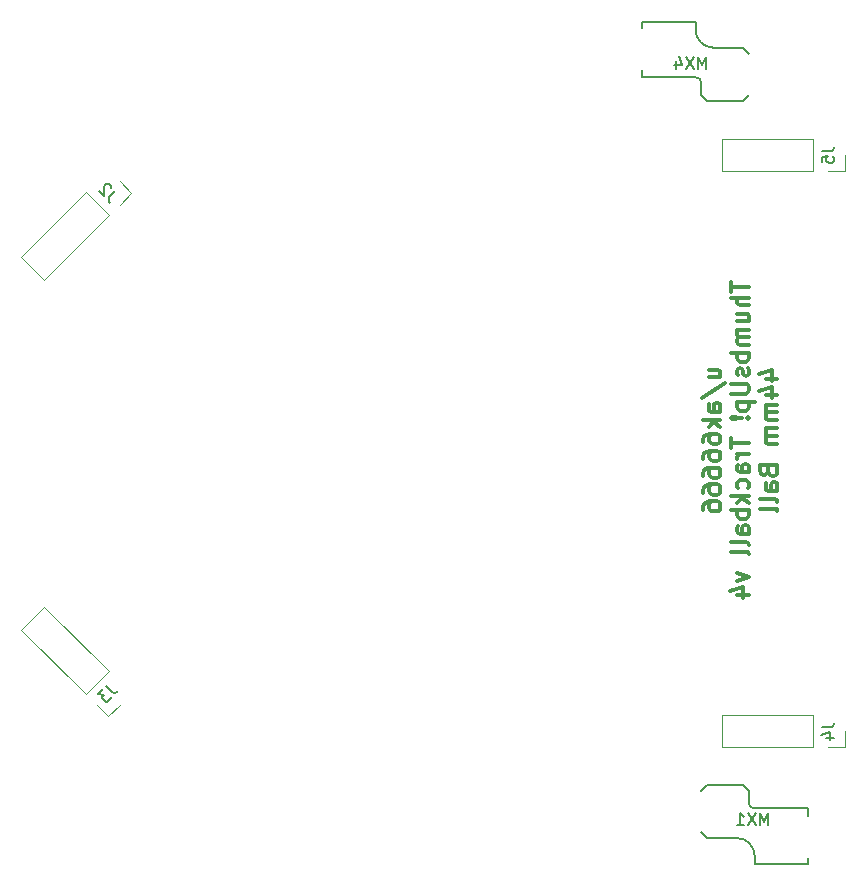
<source format=gbr>
G04 #@! TF.GenerationSoftware,KiCad,Pcbnew,9.0.2*
G04 #@! TF.CreationDate,2025-09-19T14:57:40-04:00*
G04 #@! TF.ProjectId,Trackball,54726163-6b62-4616-9c6c-2e6b69636164,rev?*
G04 #@! TF.SameCoordinates,Original*
G04 #@! TF.FileFunction,Legend,Bot*
G04 #@! TF.FilePolarity,Positive*
%FSLAX46Y46*%
G04 Gerber Fmt 4.6, Leading zero omitted, Abs format (unit mm)*
G04 Created by KiCad (PCBNEW 9.0.2) date 2025-09-19 14:57:40*
%MOMM*%
%LPD*%
G01*
G04 APERTURE LIST*
%ADD10C,0.300000*%
%ADD11C,0.150000*%
%ADD12C,0.120000*%
G04 APERTURE END LIST*
D10*
X375445996Y-96028572D02*
X376445996Y-96028572D01*
X375445996Y-95385714D02*
X376231710Y-95385714D01*
X376231710Y-95385714D02*
X376374568Y-95457143D01*
X376374568Y-95457143D02*
X376445996Y-95600000D01*
X376445996Y-95600000D02*
X376445996Y-95814286D01*
X376445996Y-95814286D02*
X376374568Y-95957143D01*
X376374568Y-95957143D02*
X376303139Y-96028572D01*
X374874568Y-97814286D02*
X376803139Y-96528572D01*
X376445996Y-98957144D02*
X375660282Y-98957144D01*
X375660282Y-98957144D02*
X375517425Y-98885715D01*
X375517425Y-98885715D02*
X375445996Y-98742858D01*
X375445996Y-98742858D02*
X375445996Y-98457144D01*
X375445996Y-98457144D02*
X375517425Y-98314286D01*
X376374568Y-98957144D02*
X376445996Y-98814286D01*
X376445996Y-98814286D02*
X376445996Y-98457144D01*
X376445996Y-98457144D02*
X376374568Y-98314286D01*
X376374568Y-98314286D02*
X376231710Y-98242858D01*
X376231710Y-98242858D02*
X376088853Y-98242858D01*
X376088853Y-98242858D02*
X375945996Y-98314286D01*
X375945996Y-98314286D02*
X375874568Y-98457144D01*
X375874568Y-98457144D02*
X375874568Y-98814286D01*
X375874568Y-98814286D02*
X375803139Y-98957144D01*
X376445996Y-99671429D02*
X374945996Y-99671429D01*
X375874568Y-99814287D02*
X376445996Y-100242858D01*
X375445996Y-100242858D02*
X376017425Y-99671429D01*
X374945996Y-101528573D02*
X374945996Y-101242858D01*
X374945996Y-101242858D02*
X375017425Y-101100001D01*
X375017425Y-101100001D02*
X375088853Y-101028573D01*
X375088853Y-101028573D02*
X375303139Y-100885715D01*
X375303139Y-100885715D02*
X375588853Y-100814287D01*
X375588853Y-100814287D02*
X376160282Y-100814287D01*
X376160282Y-100814287D02*
X376303139Y-100885715D01*
X376303139Y-100885715D02*
X376374568Y-100957144D01*
X376374568Y-100957144D02*
X376445996Y-101100001D01*
X376445996Y-101100001D02*
X376445996Y-101385715D01*
X376445996Y-101385715D02*
X376374568Y-101528573D01*
X376374568Y-101528573D02*
X376303139Y-101600001D01*
X376303139Y-101600001D02*
X376160282Y-101671430D01*
X376160282Y-101671430D02*
X375803139Y-101671430D01*
X375803139Y-101671430D02*
X375660282Y-101600001D01*
X375660282Y-101600001D02*
X375588853Y-101528573D01*
X375588853Y-101528573D02*
X375517425Y-101385715D01*
X375517425Y-101385715D02*
X375517425Y-101100001D01*
X375517425Y-101100001D02*
X375588853Y-100957144D01*
X375588853Y-100957144D02*
X375660282Y-100885715D01*
X375660282Y-100885715D02*
X375803139Y-100814287D01*
X374945996Y-102957144D02*
X374945996Y-102671429D01*
X374945996Y-102671429D02*
X375017425Y-102528572D01*
X375017425Y-102528572D02*
X375088853Y-102457144D01*
X375088853Y-102457144D02*
X375303139Y-102314286D01*
X375303139Y-102314286D02*
X375588853Y-102242858D01*
X375588853Y-102242858D02*
X376160282Y-102242858D01*
X376160282Y-102242858D02*
X376303139Y-102314286D01*
X376303139Y-102314286D02*
X376374568Y-102385715D01*
X376374568Y-102385715D02*
X376445996Y-102528572D01*
X376445996Y-102528572D02*
X376445996Y-102814286D01*
X376445996Y-102814286D02*
X376374568Y-102957144D01*
X376374568Y-102957144D02*
X376303139Y-103028572D01*
X376303139Y-103028572D02*
X376160282Y-103100001D01*
X376160282Y-103100001D02*
X375803139Y-103100001D01*
X375803139Y-103100001D02*
X375660282Y-103028572D01*
X375660282Y-103028572D02*
X375588853Y-102957144D01*
X375588853Y-102957144D02*
X375517425Y-102814286D01*
X375517425Y-102814286D02*
X375517425Y-102528572D01*
X375517425Y-102528572D02*
X375588853Y-102385715D01*
X375588853Y-102385715D02*
X375660282Y-102314286D01*
X375660282Y-102314286D02*
X375803139Y-102242858D01*
X374945996Y-104385715D02*
X374945996Y-104100000D01*
X374945996Y-104100000D02*
X375017425Y-103957143D01*
X375017425Y-103957143D02*
X375088853Y-103885715D01*
X375088853Y-103885715D02*
X375303139Y-103742857D01*
X375303139Y-103742857D02*
X375588853Y-103671429D01*
X375588853Y-103671429D02*
X376160282Y-103671429D01*
X376160282Y-103671429D02*
X376303139Y-103742857D01*
X376303139Y-103742857D02*
X376374568Y-103814286D01*
X376374568Y-103814286D02*
X376445996Y-103957143D01*
X376445996Y-103957143D02*
X376445996Y-104242857D01*
X376445996Y-104242857D02*
X376374568Y-104385715D01*
X376374568Y-104385715D02*
X376303139Y-104457143D01*
X376303139Y-104457143D02*
X376160282Y-104528572D01*
X376160282Y-104528572D02*
X375803139Y-104528572D01*
X375803139Y-104528572D02*
X375660282Y-104457143D01*
X375660282Y-104457143D02*
X375588853Y-104385715D01*
X375588853Y-104385715D02*
X375517425Y-104242857D01*
X375517425Y-104242857D02*
X375517425Y-103957143D01*
X375517425Y-103957143D02*
X375588853Y-103814286D01*
X375588853Y-103814286D02*
X375660282Y-103742857D01*
X375660282Y-103742857D02*
X375803139Y-103671429D01*
X374945996Y-105814286D02*
X374945996Y-105528571D01*
X374945996Y-105528571D02*
X375017425Y-105385714D01*
X375017425Y-105385714D02*
X375088853Y-105314286D01*
X375088853Y-105314286D02*
X375303139Y-105171428D01*
X375303139Y-105171428D02*
X375588853Y-105100000D01*
X375588853Y-105100000D02*
X376160282Y-105100000D01*
X376160282Y-105100000D02*
X376303139Y-105171428D01*
X376303139Y-105171428D02*
X376374568Y-105242857D01*
X376374568Y-105242857D02*
X376445996Y-105385714D01*
X376445996Y-105385714D02*
X376445996Y-105671428D01*
X376445996Y-105671428D02*
X376374568Y-105814286D01*
X376374568Y-105814286D02*
X376303139Y-105885714D01*
X376303139Y-105885714D02*
X376160282Y-105957143D01*
X376160282Y-105957143D02*
X375803139Y-105957143D01*
X375803139Y-105957143D02*
X375660282Y-105885714D01*
X375660282Y-105885714D02*
X375588853Y-105814286D01*
X375588853Y-105814286D02*
X375517425Y-105671428D01*
X375517425Y-105671428D02*
X375517425Y-105385714D01*
X375517425Y-105385714D02*
X375588853Y-105242857D01*
X375588853Y-105242857D02*
X375660282Y-105171428D01*
X375660282Y-105171428D02*
X375803139Y-105100000D01*
X374945996Y-107242857D02*
X374945996Y-106957142D01*
X374945996Y-106957142D02*
X375017425Y-106814285D01*
X375017425Y-106814285D02*
X375088853Y-106742857D01*
X375088853Y-106742857D02*
X375303139Y-106599999D01*
X375303139Y-106599999D02*
X375588853Y-106528571D01*
X375588853Y-106528571D02*
X376160282Y-106528571D01*
X376160282Y-106528571D02*
X376303139Y-106599999D01*
X376303139Y-106599999D02*
X376374568Y-106671428D01*
X376374568Y-106671428D02*
X376445996Y-106814285D01*
X376445996Y-106814285D02*
X376445996Y-107099999D01*
X376445996Y-107099999D02*
X376374568Y-107242857D01*
X376374568Y-107242857D02*
X376303139Y-107314285D01*
X376303139Y-107314285D02*
X376160282Y-107385714D01*
X376160282Y-107385714D02*
X375803139Y-107385714D01*
X375803139Y-107385714D02*
X375660282Y-107314285D01*
X375660282Y-107314285D02*
X375588853Y-107242857D01*
X375588853Y-107242857D02*
X375517425Y-107099999D01*
X375517425Y-107099999D02*
X375517425Y-106814285D01*
X375517425Y-106814285D02*
X375588853Y-106671428D01*
X375588853Y-106671428D02*
X375660282Y-106599999D01*
X375660282Y-106599999D02*
X375803139Y-106528571D01*
X377360912Y-87921429D02*
X377360912Y-88778572D01*
X378860912Y-88350000D02*
X377360912Y-88350000D01*
X378860912Y-89278571D02*
X377360912Y-89278571D01*
X378860912Y-89921429D02*
X378075198Y-89921429D01*
X378075198Y-89921429D02*
X377932341Y-89850000D01*
X377932341Y-89850000D02*
X377860912Y-89707143D01*
X377860912Y-89707143D02*
X377860912Y-89492857D01*
X377860912Y-89492857D02*
X377932341Y-89350000D01*
X377932341Y-89350000D02*
X378003769Y-89278571D01*
X377860912Y-91278572D02*
X378860912Y-91278572D01*
X377860912Y-90635714D02*
X378646626Y-90635714D01*
X378646626Y-90635714D02*
X378789484Y-90707143D01*
X378789484Y-90707143D02*
X378860912Y-90850000D01*
X378860912Y-90850000D02*
X378860912Y-91064286D01*
X378860912Y-91064286D02*
X378789484Y-91207143D01*
X378789484Y-91207143D02*
X378718055Y-91278572D01*
X378860912Y-91992857D02*
X377860912Y-91992857D01*
X378003769Y-91992857D02*
X377932341Y-92064286D01*
X377932341Y-92064286D02*
X377860912Y-92207143D01*
X377860912Y-92207143D02*
X377860912Y-92421429D01*
X377860912Y-92421429D02*
X377932341Y-92564286D01*
X377932341Y-92564286D02*
X378075198Y-92635715D01*
X378075198Y-92635715D02*
X378860912Y-92635715D01*
X378075198Y-92635715D02*
X377932341Y-92707143D01*
X377932341Y-92707143D02*
X377860912Y-92850000D01*
X377860912Y-92850000D02*
X377860912Y-93064286D01*
X377860912Y-93064286D02*
X377932341Y-93207143D01*
X377932341Y-93207143D02*
X378075198Y-93278572D01*
X378075198Y-93278572D02*
X378860912Y-93278572D01*
X378860912Y-93992857D02*
X377360912Y-93992857D01*
X377932341Y-93992857D02*
X377860912Y-94135715D01*
X377860912Y-94135715D02*
X377860912Y-94421429D01*
X377860912Y-94421429D02*
X377932341Y-94564286D01*
X377932341Y-94564286D02*
X378003769Y-94635715D01*
X378003769Y-94635715D02*
X378146626Y-94707143D01*
X378146626Y-94707143D02*
X378575198Y-94707143D01*
X378575198Y-94707143D02*
X378718055Y-94635715D01*
X378718055Y-94635715D02*
X378789484Y-94564286D01*
X378789484Y-94564286D02*
X378860912Y-94421429D01*
X378860912Y-94421429D02*
X378860912Y-94135715D01*
X378860912Y-94135715D02*
X378789484Y-93992857D01*
X378789484Y-95278572D02*
X378860912Y-95421429D01*
X378860912Y-95421429D02*
X378860912Y-95707143D01*
X378860912Y-95707143D02*
X378789484Y-95850000D01*
X378789484Y-95850000D02*
X378646626Y-95921429D01*
X378646626Y-95921429D02*
X378575198Y-95921429D01*
X378575198Y-95921429D02*
X378432341Y-95850000D01*
X378432341Y-95850000D02*
X378360912Y-95707143D01*
X378360912Y-95707143D02*
X378360912Y-95492858D01*
X378360912Y-95492858D02*
X378289484Y-95350000D01*
X378289484Y-95350000D02*
X378146626Y-95278572D01*
X378146626Y-95278572D02*
X378075198Y-95278572D01*
X378075198Y-95278572D02*
X377932341Y-95350000D01*
X377932341Y-95350000D02*
X377860912Y-95492858D01*
X377860912Y-95492858D02*
X377860912Y-95707143D01*
X377860912Y-95707143D02*
X377932341Y-95850000D01*
X377360912Y-96564286D02*
X378575198Y-96564286D01*
X378575198Y-96564286D02*
X378718055Y-96635715D01*
X378718055Y-96635715D02*
X378789484Y-96707144D01*
X378789484Y-96707144D02*
X378860912Y-96850001D01*
X378860912Y-96850001D02*
X378860912Y-97135715D01*
X378860912Y-97135715D02*
X378789484Y-97278572D01*
X378789484Y-97278572D02*
X378718055Y-97350001D01*
X378718055Y-97350001D02*
X378575198Y-97421429D01*
X378575198Y-97421429D02*
X377360912Y-97421429D01*
X377860912Y-98135715D02*
X379360912Y-98135715D01*
X377932341Y-98135715D02*
X377860912Y-98278573D01*
X377860912Y-98278573D02*
X377860912Y-98564287D01*
X377860912Y-98564287D02*
X377932341Y-98707144D01*
X377932341Y-98707144D02*
X378003769Y-98778573D01*
X378003769Y-98778573D02*
X378146626Y-98850001D01*
X378146626Y-98850001D02*
X378575198Y-98850001D01*
X378575198Y-98850001D02*
X378718055Y-98778573D01*
X378718055Y-98778573D02*
X378789484Y-98707144D01*
X378789484Y-98707144D02*
X378860912Y-98564287D01*
X378860912Y-98564287D02*
X378860912Y-98278573D01*
X378860912Y-98278573D02*
X378789484Y-98135715D01*
X378718055Y-99492858D02*
X378789484Y-99564287D01*
X378789484Y-99564287D02*
X378860912Y-99492858D01*
X378860912Y-99492858D02*
X378789484Y-99421430D01*
X378789484Y-99421430D02*
X378718055Y-99492858D01*
X378718055Y-99492858D02*
X378860912Y-99492858D01*
X378289484Y-99492858D02*
X377432341Y-99421430D01*
X377432341Y-99421430D02*
X377360912Y-99492858D01*
X377360912Y-99492858D02*
X377432341Y-99564287D01*
X377432341Y-99564287D02*
X378289484Y-99492858D01*
X378289484Y-99492858D02*
X377360912Y-99492858D01*
X377360912Y-101135716D02*
X377360912Y-101992859D01*
X378860912Y-101564287D02*
X377360912Y-101564287D01*
X378860912Y-102492858D02*
X377860912Y-102492858D01*
X378146626Y-102492858D02*
X378003769Y-102564287D01*
X378003769Y-102564287D02*
X377932341Y-102635716D01*
X377932341Y-102635716D02*
X377860912Y-102778573D01*
X377860912Y-102778573D02*
X377860912Y-102921430D01*
X378860912Y-104064287D02*
X378075198Y-104064287D01*
X378075198Y-104064287D02*
X377932341Y-103992858D01*
X377932341Y-103992858D02*
X377860912Y-103850001D01*
X377860912Y-103850001D02*
X377860912Y-103564287D01*
X377860912Y-103564287D02*
X377932341Y-103421429D01*
X378789484Y-104064287D02*
X378860912Y-103921429D01*
X378860912Y-103921429D02*
X378860912Y-103564287D01*
X378860912Y-103564287D02*
X378789484Y-103421429D01*
X378789484Y-103421429D02*
X378646626Y-103350001D01*
X378646626Y-103350001D02*
X378503769Y-103350001D01*
X378503769Y-103350001D02*
X378360912Y-103421429D01*
X378360912Y-103421429D02*
X378289484Y-103564287D01*
X378289484Y-103564287D02*
X378289484Y-103921429D01*
X378289484Y-103921429D02*
X378218055Y-104064287D01*
X378789484Y-105421430D02*
X378860912Y-105278572D01*
X378860912Y-105278572D02*
X378860912Y-104992858D01*
X378860912Y-104992858D02*
X378789484Y-104850001D01*
X378789484Y-104850001D02*
X378718055Y-104778572D01*
X378718055Y-104778572D02*
X378575198Y-104707144D01*
X378575198Y-104707144D02*
X378146626Y-104707144D01*
X378146626Y-104707144D02*
X378003769Y-104778572D01*
X378003769Y-104778572D02*
X377932341Y-104850001D01*
X377932341Y-104850001D02*
X377860912Y-104992858D01*
X377860912Y-104992858D02*
X377860912Y-105278572D01*
X377860912Y-105278572D02*
X377932341Y-105421430D01*
X378860912Y-106064286D02*
X377360912Y-106064286D01*
X378289484Y-106207144D02*
X378860912Y-106635715D01*
X377860912Y-106635715D02*
X378432341Y-106064286D01*
X378860912Y-107278572D02*
X377360912Y-107278572D01*
X377932341Y-107278572D02*
X377860912Y-107421430D01*
X377860912Y-107421430D02*
X377860912Y-107707144D01*
X377860912Y-107707144D02*
X377932341Y-107850001D01*
X377932341Y-107850001D02*
X378003769Y-107921430D01*
X378003769Y-107921430D02*
X378146626Y-107992858D01*
X378146626Y-107992858D02*
X378575198Y-107992858D01*
X378575198Y-107992858D02*
X378718055Y-107921430D01*
X378718055Y-107921430D02*
X378789484Y-107850001D01*
X378789484Y-107850001D02*
X378860912Y-107707144D01*
X378860912Y-107707144D02*
X378860912Y-107421430D01*
X378860912Y-107421430D02*
X378789484Y-107278572D01*
X378860912Y-109278573D02*
X378075198Y-109278573D01*
X378075198Y-109278573D02*
X377932341Y-109207144D01*
X377932341Y-109207144D02*
X377860912Y-109064287D01*
X377860912Y-109064287D02*
X377860912Y-108778573D01*
X377860912Y-108778573D02*
X377932341Y-108635715D01*
X378789484Y-109278573D02*
X378860912Y-109135715D01*
X378860912Y-109135715D02*
X378860912Y-108778573D01*
X378860912Y-108778573D02*
X378789484Y-108635715D01*
X378789484Y-108635715D02*
X378646626Y-108564287D01*
X378646626Y-108564287D02*
X378503769Y-108564287D01*
X378503769Y-108564287D02*
X378360912Y-108635715D01*
X378360912Y-108635715D02*
X378289484Y-108778573D01*
X378289484Y-108778573D02*
X378289484Y-109135715D01*
X378289484Y-109135715D02*
X378218055Y-109278573D01*
X378860912Y-110207144D02*
X378789484Y-110064287D01*
X378789484Y-110064287D02*
X378646626Y-109992858D01*
X378646626Y-109992858D02*
X377360912Y-109992858D01*
X378860912Y-110992858D02*
X378789484Y-110850001D01*
X378789484Y-110850001D02*
X378646626Y-110778572D01*
X378646626Y-110778572D02*
X377360912Y-110778572D01*
X377860912Y-112564286D02*
X378860912Y-112921429D01*
X378860912Y-112921429D02*
X377860912Y-113278572D01*
X377860912Y-114492858D02*
X378860912Y-114492858D01*
X377289484Y-114135715D02*
X378360912Y-113778572D01*
X378360912Y-113778572D02*
X378360912Y-114707143D01*
X380275828Y-96135715D02*
X381275828Y-96135715D01*
X379704400Y-95778572D02*
X380775828Y-95421429D01*
X380775828Y-95421429D02*
X380775828Y-96350000D01*
X380275828Y-97564286D02*
X381275828Y-97564286D01*
X379704400Y-97207143D02*
X380775828Y-96850000D01*
X380775828Y-96850000D02*
X380775828Y-97778571D01*
X381275828Y-98349999D02*
X380275828Y-98349999D01*
X380418685Y-98349999D02*
X380347257Y-98421428D01*
X380347257Y-98421428D02*
X380275828Y-98564285D01*
X380275828Y-98564285D02*
X380275828Y-98778571D01*
X380275828Y-98778571D02*
X380347257Y-98921428D01*
X380347257Y-98921428D02*
X380490114Y-98992857D01*
X380490114Y-98992857D02*
X381275828Y-98992857D01*
X380490114Y-98992857D02*
X380347257Y-99064285D01*
X380347257Y-99064285D02*
X380275828Y-99207142D01*
X380275828Y-99207142D02*
X380275828Y-99421428D01*
X380275828Y-99421428D02*
X380347257Y-99564285D01*
X380347257Y-99564285D02*
X380490114Y-99635714D01*
X380490114Y-99635714D02*
X381275828Y-99635714D01*
X381275828Y-100349999D02*
X380275828Y-100349999D01*
X380418685Y-100349999D02*
X380347257Y-100421428D01*
X380347257Y-100421428D02*
X380275828Y-100564285D01*
X380275828Y-100564285D02*
X380275828Y-100778571D01*
X380275828Y-100778571D02*
X380347257Y-100921428D01*
X380347257Y-100921428D02*
X380490114Y-100992857D01*
X380490114Y-100992857D02*
X381275828Y-100992857D01*
X380490114Y-100992857D02*
X380347257Y-101064285D01*
X380347257Y-101064285D02*
X380275828Y-101207142D01*
X380275828Y-101207142D02*
X380275828Y-101421428D01*
X380275828Y-101421428D02*
X380347257Y-101564285D01*
X380347257Y-101564285D02*
X380490114Y-101635714D01*
X380490114Y-101635714D02*
X381275828Y-101635714D01*
X380490114Y-103992856D02*
X380561542Y-104207142D01*
X380561542Y-104207142D02*
X380632971Y-104278571D01*
X380632971Y-104278571D02*
X380775828Y-104349999D01*
X380775828Y-104349999D02*
X380990114Y-104349999D01*
X380990114Y-104349999D02*
X381132971Y-104278571D01*
X381132971Y-104278571D02*
X381204400Y-104207142D01*
X381204400Y-104207142D02*
X381275828Y-104064285D01*
X381275828Y-104064285D02*
X381275828Y-103492856D01*
X381275828Y-103492856D02*
X379775828Y-103492856D01*
X379775828Y-103492856D02*
X379775828Y-103992856D01*
X379775828Y-103992856D02*
X379847257Y-104135714D01*
X379847257Y-104135714D02*
X379918685Y-104207142D01*
X379918685Y-104207142D02*
X380061542Y-104278571D01*
X380061542Y-104278571D02*
X380204400Y-104278571D01*
X380204400Y-104278571D02*
X380347257Y-104207142D01*
X380347257Y-104207142D02*
X380418685Y-104135714D01*
X380418685Y-104135714D02*
X380490114Y-103992856D01*
X380490114Y-103992856D02*
X380490114Y-103492856D01*
X381275828Y-105635714D02*
X380490114Y-105635714D01*
X380490114Y-105635714D02*
X380347257Y-105564285D01*
X380347257Y-105564285D02*
X380275828Y-105421428D01*
X380275828Y-105421428D02*
X380275828Y-105135714D01*
X380275828Y-105135714D02*
X380347257Y-104992856D01*
X381204400Y-105635714D02*
X381275828Y-105492856D01*
X381275828Y-105492856D02*
X381275828Y-105135714D01*
X381275828Y-105135714D02*
X381204400Y-104992856D01*
X381204400Y-104992856D02*
X381061542Y-104921428D01*
X381061542Y-104921428D02*
X380918685Y-104921428D01*
X380918685Y-104921428D02*
X380775828Y-104992856D01*
X380775828Y-104992856D02*
X380704400Y-105135714D01*
X380704400Y-105135714D02*
X380704400Y-105492856D01*
X380704400Y-105492856D02*
X380632971Y-105635714D01*
X381275828Y-106564285D02*
X381204400Y-106421428D01*
X381204400Y-106421428D02*
X381061542Y-106349999D01*
X381061542Y-106349999D02*
X379775828Y-106349999D01*
X381275828Y-107349999D02*
X381204400Y-107207142D01*
X381204400Y-107207142D02*
X381061542Y-107135713D01*
X381061542Y-107135713D02*
X379775828Y-107135713D01*
D11*
X380478713Y-133938819D02*
X380478713Y-132938819D01*
X380478713Y-132938819D02*
X380145380Y-133653104D01*
X380145380Y-133653104D02*
X379812047Y-132938819D01*
X379812047Y-132938819D02*
X379812047Y-133938819D01*
X379431094Y-132938819D02*
X378764428Y-133938819D01*
X378764428Y-132938819D02*
X379431094Y-133938819D01*
X377859666Y-133938819D02*
X378431094Y-133938819D01*
X378145380Y-133938819D02*
X378145380Y-132938819D01*
X378145380Y-132938819D02*
X378240618Y-133081676D01*
X378240618Y-133081676D02*
X378335856Y-133176914D01*
X378335856Y-133176914D02*
X378431094Y-133224533D01*
X375225713Y-69902819D02*
X375225713Y-68902819D01*
X375225713Y-68902819D02*
X374892380Y-69617104D01*
X374892380Y-69617104D02*
X374559047Y-68902819D01*
X374559047Y-68902819D02*
X374559047Y-69902819D01*
X374178094Y-68902819D02*
X373511428Y-69902819D01*
X373511428Y-68902819D02*
X374178094Y-69902819D01*
X372701904Y-69236152D02*
X372701904Y-69902819D01*
X372939999Y-68855200D02*
X373178094Y-69569485D01*
X373178094Y-69569485D02*
X372559047Y-69569485D01*
X325220152Y-80274150D02*
X324715076Y-80779226D01*
X324715076Y-80779226D02*
X324647732Y-80913913D01*
X324647732Y-80913913D02*
X324647732Y-81048600D01*
X324647732Y-81048600D02*
X324715076Y-81183287D01*
X324715076Y-81183287D02*
X324782419Y-81250631D01*
X324849763Y-80038447D02*
X324849763Y-79971104D01*
X324849763Y-79971104D02*
X324816091Y-79870089D01*
X324816091Y-79870089D02*
X324647732Y-79701730D01*
X324647732Y-79701730D02*
X324546717Y-79668058D01*
X324546717Y-79668058D02*
X324479373Y-79668058D01*
X324479373Y-79668058D02*
X324378358Y-79701730D01*
X324378358Y-79701730D02*
X324311015Y-79769073D01*
X324311015Y-79769073D02*
X324243671Y-79903760D01*
X324243671Y-79903760D02*
X324243671Y-80711882D01*
X324243671Y-80711882D02*
X323805938Y-80274150D01*
X385047819Y-125650666D02*
X385762104Y-125650666D01*
X385762104Y-125650666D02*
X385904961Y-125603047D01*
X385904961Y-125603047D02*
X386000200Y-125507809D01*
X386000200Y-125507809D02*
X386047819Y-125364952D01*
X386047819Y-125364952D02*
X386047819Y-125269714D01*
X385381152Y-126555428D02*
X386047819Y-126555428D01*
X385000200Y-126317333D02*
X385714485Y-126079238D01*
X385714485Y-126079238D02*
X385714485Y-126698285D01*
X324449150Y-122164847D02*
X324954226Y-122669923D01*
X324954226Y-122669923D02*
X325088913Y-122737267D01*
X325088913Y-122737267D02*
X325223600Y-122737267D01*
X325223600Y-122737267D02*
X325358287Y-122669923D01*
X325358287Y-122669923D02*
X325425631Y-122602580D01*
X324179776Y-122434221D02*
X323742043Y-122871954D01*
X323742043Y-122871954D02*
X324247119Y-122905626D01*
X324247119Y-122905626D02*
X324146104Y-123006641D01*
X324146104Y-123006641D02*
X324112432Y-123107656D01*
X324112432Y-123107656D02*
X324112432Y-123175000D01*
X324112432Y-123175000D02*
X324146104Y-123276015D01*
X324146104Y-123276015D02*
X324314463Y-123444374D01*
X324314463Y-123444374D02*
X324415478Y-123478045D01*
X324415478Y-123478045D02*
X324482821Y-123478045D01*
X324482821Y-123478045D02*
X324583837Y-123444374D01*
X324583837Y-123444374D02*
X324785867Y-123242343D01*
X324785867Y-123242343D02*
X324819539Y-123141328D01*
X324819539Y-123141328D02*
X324819539Y-123073984D01*
X385047819Y-76882666D02*
X385762104Y-76882666D01*
X385762104Y-76882666D02*
X385904961Y-76835047D01*
X385904961Y-76835047D02*
X386000200Y-76739809D01*
X386000200Y-76739809D02*
X386047819Y-76596952D01*
X386047819Y-76596952D02*
X386047819Y-76501714D01*
X385047819Y-77835047D02*
X385047819Y-77358857D01*
X385047819Y-77358857D02*
X385524009Y-77311238D01*
X385524009Y-77311238D02*
X385476390Y-77358857D01*
X385476390Y-77358857D02*
X385428771Y-77454095D01*
X385428771Y-77454095D02*
X385428771Y-77692190D01*
X385428771Y-77692190D02*
X385476390Y-77787428D01*
X385476390Y-77787428D02*
X385524009Y-77835047D01*
X385524009Y-77835047D02*
X385619247Y-77882666D01*
X385619247Y-77882666D02*
X385857342Y-77882666D01*
X385857342Y-77882666D02*
X385952580Y-77835047D01*
X385952580Y-77835047D02*
X386000200Y-77787428D01*
X386000200Y-77787428D02*
X386047819Y-77692190D01*
X386047819Y-77692190D02*
X386047819Y-77454095D01*
X386047819Y-77454095D02*
X386000200Y-77358857D01*
X386000200Y-77358857D02*
X385952580Y-77311238D01*
X374843000Y-131034000D02*
X375343000Y-130534000D01*
X374843000Y-134534000D02*
X375343000Y-135034000D01*
X375343000Y-130534000D02*
X378343000Y-130534000D01*
X375343000Y-135034000D02*
X377843000Y-135034000D01*
X378343000Y-130534000D02*
X378843000Y-131034000D01*
X378843000Y-132034000D02*
X378843000Y-131034000D01*
X379343000Y-136534000D02*
X379343000Y-137234000D01*
X379343000Y-137234000D02*
X383843000Y-137234000D01*
X383843000Y-132534000D02*
X379343000Y-132534000D01*
X383843000Y-133134000D02*
X383843000Y-132534000D01*
X383843000Y-137234000D02*
X383843000Y-136734000D01*
X377843000Y-135034000D02*
G75*
G02*
X379343000Y-136534000I-1J-1500001D01*
G01*
X379343000Y-132534000D02*
G75*
G02*
X378843000Y-132034000I1J500001D01*
G01*
X369843000Y-65916000D02*
X369843000Y-66416000D01*
X369843000Y-70016000D02*
X369843000Y-70616000D01*
X369843000Y-70616000D02*
X374343000Y-70616000D01*
X374343000Y-65916000D02*
X369843000Y-65916000D01*
X374343000Y-66616000D02*
X374343000Y-65916000D01*
X374843000Y-71116000D02*
X374843000Y-72116000D01*
X375343000Y-72616000D02*
X374843000Y-72116000D01*
X378343000Y-68116000D02*
X375843000Y-68116000D01*
X378343000Y-72616000D02*
X375343000Y-72616000D01*
X378843000Y-68616000D02*
X378343000Y-68116000D01*
X378843000Y-72116000D02*
X378343000Y-72616000D01*
X374343000Y-70616000D02*
G75*
G02*
X374843000Y-71116000I-1J-500001D01*
G01*
X375843000Y-68116000D02*
G75*
G02*
X374343000Y-66616000I1J1500001D01*
G01*
D12*
X319210795Y-87763717D02*
X317259181Y-85812103D01*
X322725116Y-80346167D02*
X317259181Y-85812103D01*
X324676731Y-82297782D02*
X319210795Y-87763717D01*
X324676731Y-82297782D02*
X322725116Y-80346167D01*
X325574756Y-81399756D02*
X326550564Y-80423949D01*
X326550564Y-80423949D02*
X325574756Y-79448142D01*
X376593000Y-127364000D02*
X376593000Y-124604000D01*
X384323000Y-124604000D02*
X376593000Y-124604000D01*
X384323000Y-127364000D02*
X376593000Y-127364000D01*
X384323000Y-127364000D02*
X384323000Y-124604000D01*
X385593000Y-127364000D02*
X386973000Y-127364000D01*
X386973000Y-127364000D02*
X386973000Y-125984000D01*
X317259181Y-117397897D02*
X319210795Y-115446283D01*
X322725116Y-122863833D02*
X317259181Y-117397897D01*
X322725116Y-122863833D02*
X324676731Y-120912218D01*
X323623142Y-123761858D02*
X324598949Y-124737666D01*
X324598949Y-124737666D02*
X325574756Y-123761858D01*
X324676731Y-120912218D02*
X319210795Y-115446283D01*
X376593000Y-78596000D02*
X376593000Y-75836000D01*
X384323000Y-75836000D02*
X376593000Y-75836000D01*
X384323000Y-78596000D02*
X376593000Y-78596000D01*
X384323000Y-78596000D02*
X384323000Y-75836000D01*
X385593000Y-78596000D02*
X386973000Y-78596000D01*
X386973000Y-78596000D02*
X386973000Y-77216000D01*
M02*

</source>
